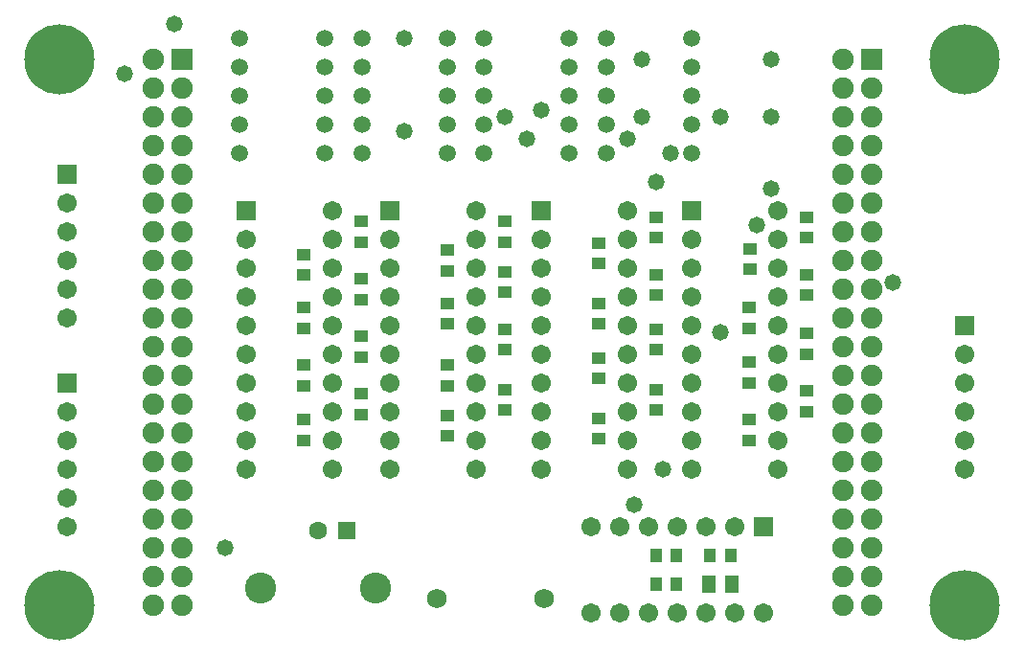
<source format=gbs>
G04*
G04 #@! TF.GenerationSoftware,Altium Limited,Altium Designer,20.0.13 (296)*
G04*
G04 Layer_Color=16711935*
%FSLAX25Y25*%
%MOIN*%
G70*
G01*
G75*
%ADD16R,0.04540X0.03950*%
%ADD19R,0.04737X0.05918*%
%ADD20R,0.03950X0.04540*%
%ADD21C,0.06706*%
%ADD22R,0.06706X0.06706*%
%ADD23C,0.06902*%
%ADD24R,0.06706X0.06706*%
%ADD25C,0.05918*%
%ADD26C,0.06312*%
%ADD27R,0.06312X0.06312*%
%ADD28C,0.10839*%
%ADD29C,0.07493*%
%ADD30R,0.07493X0.07493*%
%ADD31C,0.24422*%
%ADD32C,0.05800*%
D16*
X280001Y94587D02*
D03*
X105001Y84587D02*
D03*
X105000Y77500D02*
D03*
X125001Y93543D02*
D03*
X125000Y86457D02*
D03*
X105001Y103543D02*
D03*
X105000Y96457D02*
D03*
X125001Y113543D02*
D03*
X125000Y106457D02*
D03*
X105001Y123543D02*
D03*
X105000Y116457D02*
D03*
X125001Y133543D02*
D03*
X125000Y126457D02*
D03*
X105001Y142087D02*
D03*
X105000Y135000D02*
D03*
X125001Y153543D02*
D03*
X125000Y146457D02*
D03*
X207500Y85000D02*
D03*
X207499Y77913D02*
D03*
X227500Y95000D02*
D03*
X227499Y87913D02*
D03*
X207501Y106043D02*
D03*
X207500Y98957D02*
D03*
X227501Y116043D02*
D03*
X227500Y108957D02*
D03*
X207500Y125000D02*
D03*
X207499Y117913D02*
D03*
X227500Y135000D02*
D03*
X227499Y127913D02*
D03*
X207501Y146043D02*
D03*
X207500Y138957D02*
D03*
X227500Y155000D02*
D03*
X227499Y147913D02*
D03*
X155001Y86043D02*
D03*
X155000Y78957D02*
D03*
X175000Y95000D02*
D03*
X174999Y87913D02*
D03*
X155001Y103543D02*
D03*
X155000Y96457D02*
D03*
X175001Y116043D02*
D03*
X175000Y108957D02*
D03*
X155000Y125000D02*
D03*
X154999Y117913D02*
D03*
X175001Y136043D02*
D03*
X175000Y128957D02*
D03*
X155001Y143543D02*
D03*
X155000Y136457D02*
D03*
X175001Y153543D02*
D03*
X175000Y146457D02*
D03*
X260001Y84587D02*
D03*
X260000Y77500D02*
D03*
X280000Y87500D02*
D03*
X260001Y104587D02*
D03*
X260000Y97500D02*
D03*
X280001Y114587D02*
D03*
X280000Y107500D02*
D03*
X260001Y123543D02*
D03*
X260000Y116457D02*
D03*
X280000Y135000D02*
D03*
X279999Y127913D02*
D03*
X260164Y143957D02*
D03*
X260163Y136870D02*
D03*
X280000Y155000D02*
D03*
X279999Y147913D02*
D03*
D19*
X253937Y27500D02*
D03*
X246063D02*
D03*
D20*
X234587Y27499D02*
D03*
X227500Y27500D02*
D03*
X246457Y37501D02*
D03*
X253543Y37500D02*
D03*
X227500D02*
D03*
X234587Y37499D02*
D03*
D21*
X22500Y140000D02*
D03*
Y150000D02*
D03*
Y160000D02*
D03*
Y130000D02*
D03*
Y120000D02*
D03*
Y67500D02*
D03*
Y77500D02*
D03*
Y87500D02*
D03*
Y57500D02*
D03*
Y47500D02*
D03*
X335000Y87500D02*
D03*
Y97500D02*
D03*
Y107500D02*
D03*
Y77500D02*
D03*
Y67500D02*
D03*
X165000D02*
D03*
Y77500D02*
D03*
Y87500D02*
D03*
Y97500D02*
D03*
Y107500D02*
D03*
Y117500D02*
D03*
Y127500D02*
D03*
Y137500D02*
D03*
Y147500D02*
D03*
Y157500D02*
D03*
X135000Y67500D02*
D03*
Y77500D02*
D03*
Y87500D02*
D03*
Y97500D02*
D03*
Y107500D02*
D03*
Y117500D02*
D03*
Y127500D02*
D03*
Y137500D02*
D03*
Y147500D02*
D03*
X187500D02*
D03*
Y137500D02*
D03*
Y127500D02*
D03*
Y117500D02*
D03*
Y107500D02*
D03*
Y97500D02*
D03*
Y87500D02*
D03*
Y77500D02*
D03*
Y67500D02*
D03*
X217500Y157500D02*
D03*
Y147500D02*
D03*
Y137500D02*
D03*
Y127500D02*
D03*
Y117500D02*
D03*
Y107500D02*
D03*
Y97500D02*
D03*
Y87500D02*
D03*
Y77500D02*
D03*
Y67500D02*
D03*
X240000Y147500D02*
D03*
Y137500D02*
D03*
Y127500D02*
D03*
Y117500D02*
D03*
Y107500D02*
D03*
Y97500D02*
D03*
Y87500D02*
D03*
Y77500D02*
D03*
Y67500D02*
D03*
X270000Y157500D02*
D03*
Y147500D02*
D03*
Y137500D02*
D03*
Y127500D02*
D03*
Y117500D02*
D03*
Y107500D02*
D03*
Y97500D02*
D03*
Y87500D02*
D03*
Y77500D02*
D03*
Y67500D02*
D03*
X85000Y147500D02*
D03*
Y137500D02*
D03*
Y127500D02*
D03*
Y117500D02*
D03*
Y107500D02*
D03*
Y97500D02*
D03*
Y87500D02*
D03*
Y77500D02*
D03*
Y67500D02*
D03*
X115000Y157500D02*
D03*
Y147500D02*
D03*
Y137500D02*
D03*
Y127500D02*
D03*
Y117500D02*
D03*
Y107500D02*
D03*
Y97500D02*
D03*
Y87500D02*
D03*
Y77500D02*
D03*
Y67500D02*
D03*
X205000Y17500D02*
D03*
X215000D02*
D03*
X225000D02*
D03*
X235000D02*
D03*
X245000D02*
D03*
X255000D02*
D03*
X265000D02*
D03*
X205000Y47500D02*
D03*
X215000D02*
D03*
X225000D02*
D03*
X235000D02*
D03*
X245000D02*
D03*
X255000D02*
D03*
D22*
X22500Y170000D02*
D03*
Y97500D02*
D03*
X335000Y117500D02*
D03*
X265000Y47500D02*
D03*
D23*
X151220Y22500D02*
D03*
X188780D02*
D03*
D24*
X135000Y157500D02*
D03*
X187500D02*
D03*
X240000D02*
D03*
X85000D02*
D03*
D25*
X197303Y217500D02*
D03*
Y207500D02*
D03*
Y197500D02*
D03*
Y187500D02*
D03*
Y177500D02*
D03*
X167697D02*
D03*
Y187500D02*
D03*
Y197500D02*
D03*
Y207500D02*
D03*
Y217500D02*
D03*
X239803D02*
D03*
Y207500D02*
D03*
Y197500D02*
D03*
Y187500D02*
D03*
Y177500D02*
D03*
X210197D02*
D03*
Y187500D02*
D03*
Y197500D02*
D03*
Y207500D02*
D03*
Y217500D02*
D03*
X154803D02*
D03*
Y207500D02*
D03*
Y197500D02*
D03*
Y187500D02*
D03*
Y177500D02*
D03*
X125197D02*
D03*
Y187500D02*
D03*
Y197500D02*
D03*
Y207500D02*
D03*
Y217500D02*
D03*
X112303D02*
D03*
Y207500D02*
D03*
Y197500D02*
D03*
Y187500D02*
D03*
Y177500D02*
D03*
X82697D02*
D03*
Y187500D02*
D03*
Y197500D02*
D03*
Y207500D02*
D03*
Y217500D02*
D03*
D26*
X110000Y45925D02*
D03*
D27*
X120000D02*
D03*
D28*
X90000Y25925D02*
D03*
X130000D02*
D03*
D29*
X62500Y20000D02*
D03*
X52500D02*
D03*
X292500D02*
D03*
X302500D02*
D03*
X52500Y210000D02*
D03*
X62500Y200000D02*
D03*
X52500D02*
D03*
X62500Y190000D02*
D03*
X52500D02*
D03*
X62500Y180000D02*
D03*
X52500D02*
D03*
X62500Y170000D02*
D03*
X52500D02*
D03*
X62500Y160000D02*
D03*
X52500D02*
D03*
X62500Y150000D02*
D03*
X52500D02*
D03*
X62500Y140000D02*
D03*
X52500D02*
D03*
X62500Y130000D02*
D03*
X52500D02*
D03*
X62500Y120000D02*
D03*
X52500D02*
D03*
X62500Y110000D02*
D03*
X52500D02*
D03*
X62500Y100000D02*
D03*
X52500D02*
D03*
X62500Y90000D02*
D03*
X52500D02*
D03*
X62500Y80000D02*
D03*
X52500D02*
D03*
X62500Y70000D02*
D03*
X52500D02*
D03*
X62500Y60000D02*
D03*
X52500D02*
D03*
X62500Y50000D02*
D03*
X52500D02*
D03*
X62500Y40000D02*
D03*
X52500D02*
D03*
X62500Y30000D02*
D03*
X52500D02*
D03*
X292500Y210000D02*
D03*
X302500Y200000D02*
D03*
X292500D02*
D03*
X302500Y190000D02*
D03*
X292500D02*
D03*
X302500Y180000D02*
D03*
X292500D02*
D03*
X302500Y170000D02*
D03*
X292500D02*
D03*
X302500Y160000D02*
D03*
X292500D02*
D03*
X302500Y150000D02*
D03*
X292500D02*
D03*
X302500Y140000D02*
D03*
X292500D02*
D03*
X302500Y130000D02*
D03*
X292500D02*
D03*
X302500Y120000D02*
D03*
X292500D02*
D03*
X302500Y110000D02*
D03*
X292500D02*
D03*
X302500Y100000D02*
D03*
X292500D02*
D03*
X302500Y90000D02*
D03*
X292500D02*
D03*
X302500Y80000D02*
D03*
X292500D02*
D03*
X302500Y70000D02*
D03*
X292500D02*
D03*
X302500Y60000D02*
D03*
X292500D02*
D03*
X302500Y50000D02*
D03*
X292500D02*
D03*
X302500Y40000D02*
D03*
X292500D02*
D03*
X302500Y30000D02*
D03*
X292500D02*
D03*
D30*
X62500Y210000D02*
D03*
X302500D02*
D03*
D31*
X20000D02*
D03*
X335000D02*
D03*
Y20000D02*
D03*
X20000D02*
D03*
D32*
X77500Y40000D02*
D03*
X42500Y205000D02*
D03*
X175000Y190000D02*
D03*
X140000Y185000D02*
D03*
X230000Y67500D02*
D03*
X267500Y190000D02*
D03*
Y210000D02*
D03*
X250000Y190000D02*
D03*
X310000Y132500D02*
D03*
X227500Y167500D02*
D03*
X232500Y177500D02*
D03*
X222500Y190000D02*
D03*
X262500Y152500D02*
D03*
X267500Y165000D02*
D03*
X222500Y210000D02*
D03*
X60000Y222500D02*
D03*
X217500Y182500D02*
D03*
X250000Y115000D02*
D03*
X220000Y55000D02*
D03*
X182500Y182500D02*
D03*
X187500Y192500D02*
D03*
X140000Y217500D02*
D03*
M02*

</source>
